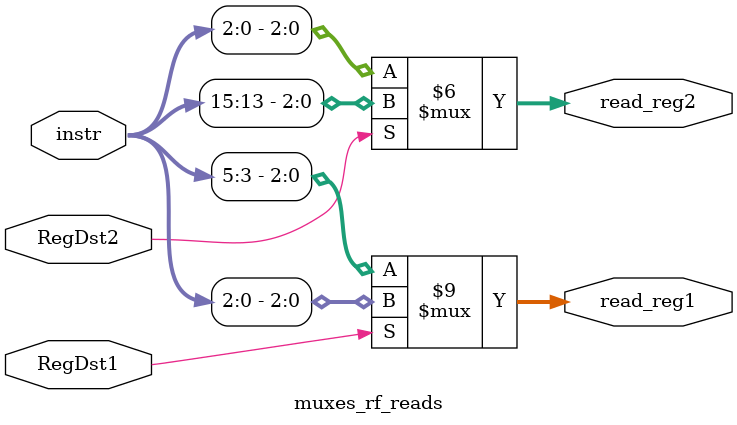
<source format=v>
module muxes_rf_reads (input [15:0] instr, 
	output [2:0] read_reg1, 
	output [2:0] read_reg2, 
	input RegDst1, input RegDst2); 

	wire [15:0] instr;
	reg  [2:0] read_reg1;
	reg [2:0] read_reg2;
	wire RegDst1, RegDst2;   //control lines                                                             
	
	always @(*) begin
		if (RegDst1==1) 
			read_reg1 [2:0] <= instr [2:0];
			else
				read_reg1 [2:0] <= instr [5:3];
				end
	

	always @(*) begin
		if (RegDst2==1) 
			read_reg2 [2:0] <= instr [15:13];
			else 
				read_reg2 [2:0] <= instr [2:0];
				end 

endmodule

</source>
